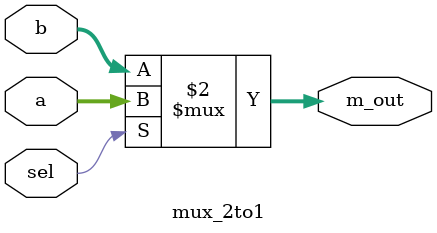
<source format=sv>

module mux_2to1#(
parameter width= 32)
(
    input  logic [width-1:0] a,
    input  logic [width-1:0] b,
    input  logic             sel,
    output logic [width-1:0] m_out
);

    // Combinational logic for 2-to-1 MUX
    always_comb begin
         m_out = (sel) ? a : b;
    end

endmodule


</source>
